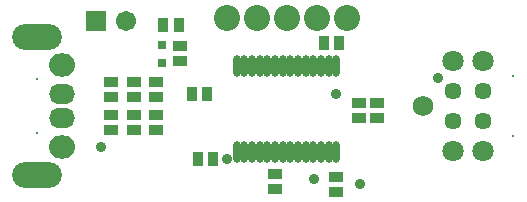
<source format=gts>
%FSTAX23Y23*%
%MOIN*%
%SFA1B1*%

%IPPOS*%
%ADD21R,0.035560X0.045400*%
%ADD22R,0.045400X0.035560*%
%ADD23C,0.086740*%
%ADD24R,0.027690X0.031620*%
%ADD25O,0.023750X0.072960*%
%ADD26C,0.057210*%
%ADD27C,0.068000*%
%ADD28C,0.008000*%
%ADD29C,0.070990*%
%ADD30O,0.086740X0.076900*%
%ADD31O,0.086740X0.067060*%
%ADD32O,0.165480X0.086740*%
%ADD33R,0.067060X0.067060*%
%ADD34C,0.067060*%
%ADD35C,0.035560*%
%ADD36C,0.058000*%
%LNmidi_stick-1*%
%LPD*%
G54D21*
X03525Y0276D03*
X03474D03*
X03945Y03145D03*
X03894D03*
X0341Y03205D03*
X03359D03*
X03505Y02975D03*
X03453D03*
G54D22*
X03936Y027D03*
Y02649D03*
X03731Y0271D03*
Y02659D03*
X0407Y02894D03*
Y02945D03*
X0401Y02894D03*
Y02945D03*
X03415Y03084D03*
Y03135D03*
X03335Y03016D03*
Y02965D03*
X0326Y03016D03*
Y02965D03*
X03185Y03016D03*
Y02965D03*
Y02855D03*
Y02906D03*
X0326Y02855D03*
Y02906D03*
X03335Y02855D03*
Y02906D03*
G54D23*
X0357Y0323D03*
X0367D03*
X0377D03*
X0387D03*
X0397D03*
G54D24*
X03355Y03139D03*
Y0308D03*
G54D25*
X03603Y02782D03*
X03629D03*
X03654D03*
X0368D03*
X03706D03*
X03731D03*
X03757D03*
X03782D03*
X03808D03*
X03833D03*
X03859D03*
X03885D03*
X0391D03*
X03936D03*
X03603Y03067D03*
X03629D03*
X03654D03*
X0368D03*
X03706D03*
X03731D03*
X03757D03*
X03782D03*
X03808D03*
X03833D03*
X03859D03*
X03885D03*
X0391D03*
X03936D03*
G54D26*
X04425Y02885D03*
Y02985D03*
X04325Y02885D03*
Y02985D03*
G54D27*
X04225Y02935D03*
G54D28*
X04525Y02835D03*
Y03035D03*
X02939Y02844D03*
Y03025D03*
G54D29*
X04425Y03085D03*
Y02785D03*
X04325D03*
Y03085D03*
G54D30*
X03021Y03072D03*
Y02797D03*
G54D31*
X03021Y02974D03*
Y02895D03*
G54D32*
X02939Y02704D03*
Y03165D03*
G54D33*
X03135Y0322D03*
G54D34*
X03235Y0322D03*
G54D35*
X04015Y02674D03*
X04275Y0303D03*
X03935Y02975D03*
X0357Y02758D03*
X0315Y02797D03*
X0386Y02693D03*
G54D36*
X0377Y0323D03*
M02*
</source>
